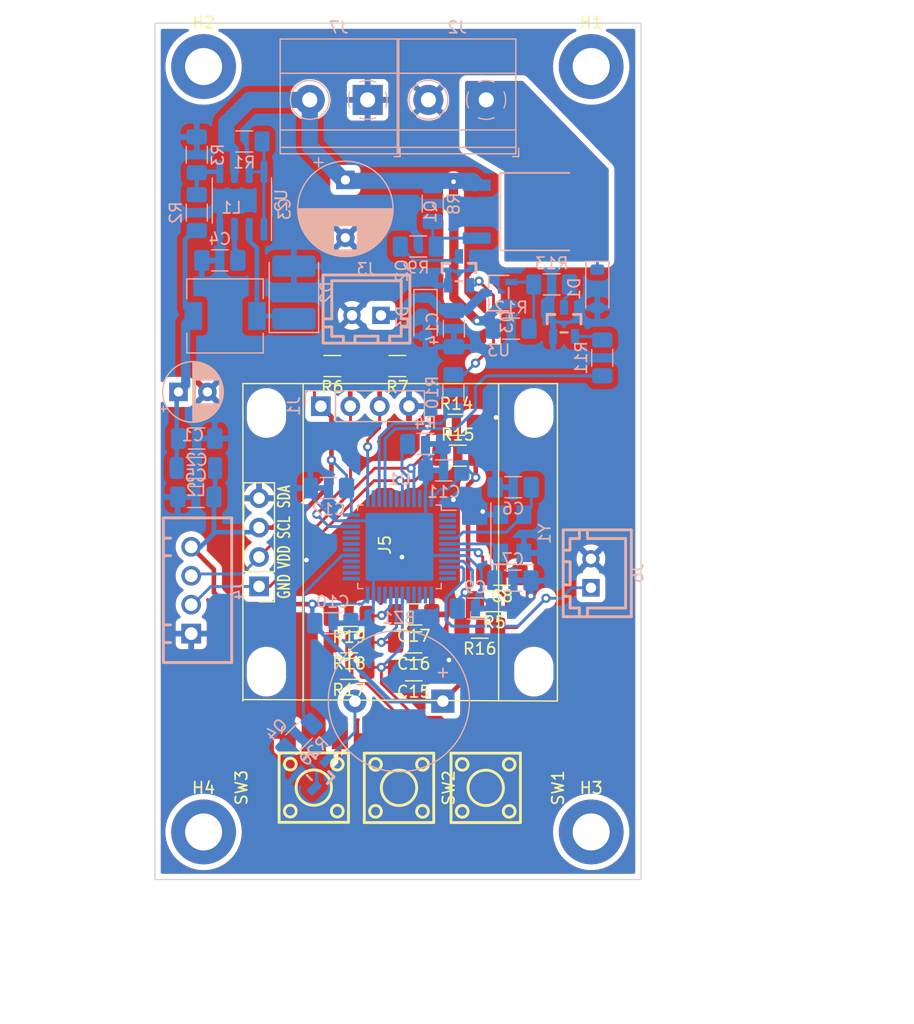
<source format=kicad_pcb>
(kicad_pcb (version 20221018) (generator pcbnew)
  (layers (0 "F.Cu" signal) (31 "B.Cu" signal) (34 "B.Paste" user) (35 "F.Paste" user) (36 "B.SilkS" user "B.Silkscreen") (37 "F.SilkS" user "F.Silkscreen") (38 "B.Mask" user) (39 "F.Mask" user) (44 "Edge.Cuts" user))
  (net 0 "")
  (net 1 "+3.3V")
  (net 2 "Net-(BZ1-+)")
  (net 3 "Net-(C1-Pad1)")
  (net 4 "GND")
  (net 5 "+24V")
  (net 6 "Net-(U2-TC)")
  (net 7 "Net-(U1-PD0)")
  (net 8 "Net-(U1-PD1)")
  (net 9 "Net-(U1-NRST)")
  (net 10 "Net-(D3-K)")
  (net 11 "/BTN_LEFT")
  (net 12 "/BTN_OK")
  (net 13 "/BTN_RIGHT")
  (net 14 "Net-(D1-K)")
  (net 15 "Net-(D2-K)")
  (net 16 "/SWDIO")
  (net 17 "/SWCLK")
  (net 18 "/SDA")
  (net 19 "/SCL")
  (net 20 "/NTC")
  (net 21 "Net-(Q1-G)")
  (net 22 "Net-(Q2-C)")
  (net 23 "Net-(Q2-B)")
  (net 24 "Net-(Q3-C)")
  (net 25 "Net-(Q3-B)")
  (net 26 "Net-(Q4-B)")
  (net 27 "Net-(U2-DC)")
  (net 28 "Net-(U2-Vfb)")
  (net 29 "Net-(U1-BOOT0)")
  (net 30 "/PWM_HEATER")
  (net 31 "/PWM_FAN")
  (net 32 "Net-(U3-G)")
  (net 33 "/PWM_BUZZER")
  (footprint "Resistor_SMD:R_1206_3216Metric_Pad1.30x1.75mm_HandSolder" (layer "F.Cu") (at 83.439 84.709)
    (fp_text reference "R14")
    (fp_text value "10k")
  )
  (footprint "MountingHole:MountingHole_3.2mm_M3_DIN965_Pad" (layer "F.Cu") (at 61.595 53.75)
    (fp_text reference "H2")
    (fp_text value "MountingHole")
  )
  (footprint "Resistor_SMD:R_1206_3216Metric_Pad1.30x1.75mm_HandSolder" (layer "F.Cu") (at 78.35 79.629 180)
    (fp_text reference "R7")
    (fp_text value "10k")
  )
  (footprint "Resistor_SMD:R_1206_3216Metric_Pad1.30x1.75mm_HandSolder" (layer "F.Cu") (at 86.741 99.949 180)
    (fp_text reference "R5")
    (fp_text value "10k")
  )
  (footprint "MountingHole:MountingHole_3.2mm_M3_DIN965_Pad" (layer "F.Cu") (at 95.095 53.75)
    (fp_text reference "H1")
    (fp_text value "MountingHole")
  )
  (footprint "easyeda2kicad:KEY-SMD_4P-L6.0-W6.0-P4.50-LS9.5-BR" (layer "F.Cu") (at 78.486 116.078 90)
    (fp_text reference "SW2")
    (fp_text value "TS-1002S-06026C")
  )
  (footprint "easyeda2kicad:KEY-SMD_4P-L6.0-W6.0-P4.50-LS9.5-BR" (layer "F.Cu") (at 85.979 116.078 -90)
    (fp_text reference "SW1")
    (fp_text value "TS-1002S-06026C")
  )
  (footprint "easyeda2kicad:KEY-SMD_4P-L6.0-W6.0-P4.50-LS9.5-BR" (layer "F.Cu") (at 71.12 116.058 90)
    (fp_text reference "SW3")
    (fp_text value "TS-1002S-06026C")
  )
  (footprint "Resistor_SMD:R_1206_3216Metric_Pad1.30x1.75mm_HandSolder" (layer "F.Cu") (at 85.471 102.235 180)
    (fp_text reference "R16")
    (fp_text value "1K")
  )
  (footprint "Resistor_SMD:R_1206_3216Metric_Pad1.30x1.75mm_HandSolder" (layer "F.Cu") (at 74.168 101.219 180)
    (fp_text reference "R19")
    (fp_text value "10k")
  )
  (footprint "Capacitor_SMD:C_1206_3216Metric_Pad1.33x1.80mm_HandSolder" (layer "F.Cu") (at 79.756 103.505 180)
    (fp_text reference "C16")
    (fp_text value "0.1uF")
  )
  (footprint "Capacitor_SMD:C_1206_3216Metric_Pad1.33x1.80mm_HandSolder" (layer "F.Cu") (at 87.376 97.663 180)
    (fp_text reference "C8")
    (fp_text value "0.1uF")
  )
  (footprint "MountingHole:MountingHole_3.2mm_M3_DIN965_Pad" (layer "F.Cu") (at 61.595 119.888)
    (fp_text reference "H4")
    (fp_text value "MountingHole")
  )
  (footprint "libs:Display_128x64_096_I2C" (layer "F.Cu") (at 66.391 94.86 90)
    (fp_text reference "J5")
    (fp_text value "DISPLAY")
  )
  (footprint "Resistor_SMD:R_1206_3216Metric_Pad1.30x1.75mm_HandSolder" (layer "F.Cu") (at 83.566 87.376)
    (fp_text reference "R15")
    (fp_text value "10k")
  )
  (footprint "Resistor_SMD:R_1206_3216Metric_Pad1.30x1.75mm_HandSolder" (layer "F.Cu") (at 74.168 103.505 180)
    (fp_text reference "R18")
    (fp_text value "10k")
  )
  (footprint "Resistor_SMD:R_1206_3216Metric_Pad1.30x1.75mm_HandSolder" (layer "F.Cu") (at 74.168 105.791 180)
    (fp_text reference "R17")
    (fp_text value "10k")
  )
  (footprint "Capacitor_SMD:C_1206_3216Metric_Pad1.33x1.80mm_HandSolder" (layer "F.Cu") (at 79.756 101.092 180)
    (fp_text reference "C17")
    (fp_text value "0.1uF")
  )
  (footprint "Resistor_SMD:R_1206_3216Metric_Pad1.30x1.75mm_HandSolder" (layer "F.Cu") (at 72.725 79.629 180)
    (fp_text reference "R6")
    (fp_text value "10k")
  )
  (footprint "MountingHole:MountingHole_3.2mm_M3_DIN965_Pad" (layer "F.Cu") (at 95.095 119.888)
    (fp_text reference "H3")
    (fp_text value "MountingHole")
  )
  (footprint "Capacitor_SMD:C_1206_3216Metric_Pad1.33x1.80mm_HandSolder" (layer "F.Cu") (at 79.756 105.918 180)
    (fp_text reference "C15")
    (fp_text value "0.1uF")
  )
  (footprint "Package_SO:SOIC-8_3.9x4.9mm_P1.27mm" (layer "B.Cu") (at 64.905 65.325 90)
    (fp_text reference "U2")
    (fp_text value "MC34063AD")
  )
  (footprint "Capacitor_SMD:C_1206_3216Metric_Pad1.33x1.80mm_HandSolder" (layer "B.Cu") (at 85.09 100.584 180)
    (fp_text reference "C9")
    (fp_text value "0.1uF")
  )
  (footprint "easyeda2kicad:SOT-23-3_L3.0-W1.7-P0.95-LS2.9-BR" (layer "B.Cu") (at 87.1 73.325)
    (fp_text reference "U3")
    (fp_text value "IRLML5103")
  )
  (footprint "Capacitor_SMD:C_1206_3216Metric_Pad1.33x1.80mm_HandSolder" (layer "B.Cu") (at 72.771 101.854 180)
    (fp_text reference "C10")
    (fp_text value "0.1uF")
  )
  (footprint "Resistor_SMD:R_1206_3216Metric_Pad1.30x1.75mm_HandSolder" (layer "B.Cu") (at 88.175 76.4 180)
    (fp_text reference "R12")
    (fp_text value "1K")
  )
  (footprint "Capacitor_THT:CP_Radial_D5.0mm_P2.50mm" (layer "B.Cu") (at 59.425 81.865056)
    (fp_text reference "C1")
    (fp_text value "10uF")
  )
  (footprint "Diode_SMD:D_SOD-123" (layer "B.Cu") (at 80.775 75.375 -90)
    (fp_text reference "D3")
    (fp_text value "1N4148W")
  )
  (footprint "easyeda2kicad:CONN-TH_4P-P2.50_HC-XH-4A-G" (layer "B.Cu") (at 60.525 99 90)
    (fp_text reference "J4")
    (fp_text value "BME280")
  )
  (footprint "TerminalBlock_Phoenix:TerminalBlock_Phoenix_MKDS-1,5-2_1x02_P5.00mm_Horizontal" (layer "B.Cu") (at 75.774 56.63 180)
    (fp_text reference "J7")
    (fp_text value "POWER")
  )
  (footprint "Capacitor_THT:CP_Radial_D8.0mm_P5.00mm" (layer "B.Cu") (at 73.85 63.547349 -90)
    (fp_text reference "C3")
    (fp_text value "100uF")
  )
  (footprint "Capacitor_SMD:C_1206_3216Metric_Pad1.33x1.80mm_HandSolder" (layer "B.Cu") (at 60.992612 85.890056)
    (fp_text reference "C2")
    (fp_text value "0.1uF")
  )
  (footprint "Resistor_SMD:R_1206_3216Metric_Pad1.30x1.75mm_HandSolder" (layer "B.Cu") (at 83.185 81.915 -90)
    (fp_text reference "R10")
    (fp_text value "1K")
  )
  (footprint "easyeda2kicad:SOT-23-3_L2.9-W1.3-P1.90-LS2.4-TR" (layer "B.Cu") (at 83.675 71.4 -90)
    (fp_text reference "Q2")
    (fp_text value "2n3904S-RTK/PS_C18536")
  )
  (footprint "Resistor_SMD:R_1206_3216Metric_Pad1.30x1.75mm_HandSolder" (layer "B.Cu") (at 96.05 78.925 -90)
    (fp_text reference "R11")
    (fp_text value "1K")
  )
  (footprint "Inductor_SMD:L_1206_3216Metric_Pad1.22x1.90mm_HandSolder" (layer "B.Cu") (at 60.930112 88.440056)
    (fp_text reference "L2")
    (fp_text value "22uH")
  )
  (footprint "easyeda2kicad:CONN-TH_2P-P2.50_HC-XH-2A-G" (layer "B.Cu") (at 95.075 97.536 90)
    (fp_text reference "J6")
    (fp_text value "NTC")
  )
  (footprint "Resistor_SMD:R_1206_3216Metric_Pad1.30x1.75mm_HandSolder" (layer "B.Cu") (at 61.005 66.375 -90)
    (fp_text reference "R2")
    (fp_text value "18k")
  )
  (footprint "TerminalBlock_Phoenix:TerminalBlock_Phoenix_MKDS-1,5-2_1x02_P5.00mm_Horizontal" (layer "B.Cu") (at 86.024 56.63 180)
    (fp_text reference "J2")
    (fp_text value "HEATER")
  )
  (footprint "Resistor_SMD:R_1206_3216Metric_Pad1.30x1.75mm_HandSolder" (layer "B.Cu") (at 69.85 111.633 45)
    (fp_text reference "R20")
    (fp_text value "1K")
  )
  (footprint "Crystal:Crystal_SMD_5032-4Pin_5.0x3.2mm" (layer "B.Cu") (at 88.275 94.125 90)
    (fp_text reference "Y1")
    (fp_text value "Crystal_GND24")
  )
  (footprint "Resistor_SMD:R_1206_3216Metric_Pad1.30x1.75mm_HandSolder" (layer "B.Cu") (at 81.4 65.6 90)
    (fp_text reference "R8")
    (fp_text value "1K")
  )
  (footprint "Diode_SMD:D_2114_3652Metric_Pad1.85x3.75mm_HandSolder" (layer "B.Cu") (at 69.4 73.275 90)
    (fp_text reference "D2")
    (fp_text value "1N5819WS")
  )
  (footprint "Capacitor_SMD:C_1206_3216Metric_Pad1.33x1.80mm_HandSolder" (layer "B.Cu") (at 82.35 88.646)
    (fp_text reference "C11")
    (fp_text value "0.1uF")
  )
  (footprint "Capacitor_SMD:C_1206_3216Metric_Pad1.33x1.80mm_HandSolder" (layer "B.Cu") (at 72.39 90.17)
    (fp_text reference "C12")
    (fp_text value "0.1uF")
  )
  (footprint "Capacitor_SMD:C_1206_3216Metric_Pad1.33x1.80mm_HandSolder" (layer "B.Cu") (at 88.325 98.175 180)
    (fp_text reference "C7")
    (fp_text value "22pF")
  )
  (footprint "Capacitor_SMD:C_1206_3216Metric_Pad1.33x1.80mm_HandSolder" (layer "B.Cu") (at 88.35 90.1)
    (fp_text reference "C6")
    (fp_text value "22pF")
  )
  (footprint "Package_QFP:LQFP-48_7x7mm_P0.5mm" (layer "B.Cu") (at 78.525 95.25 180)
    (fp_text reference "U1")
    (fp_text value "STM32F103CBTx")
  )
  (footprint "Diode_SMD:D_SOD-123" (layer "B.Cu") (at 95.625 72.95 -90)
    (fp_text reference "D1")
    (fp_text value "1N4148W")
  )
  (footprint "Inductor_SMD:L_6.3x6.3_H3" (layer "B.Cu") (at 63.45 75.3 180)
    (fp_text reference "L1")
    (fp_text value "22uH")
  )
  (footprint "Resistor_SMD:R_1206_3216Metric_Pad1.30x1.75mm_HandSolder" (layer "B.Cu") (at 65.105 60.225)
    (fp_text reference "R1")
    (fp_text value "0.3")
  )
  (footprint "Capacitor_SMD:C_1206_3216Metric_Pad1.33x1.80mm_HandSolder" (layer "B.Cu") (at 63 70.5 180)
    (fp_text reference "C4")
    (fp_text value "45pF")
  )
  (footprint "Capacitor_SMD:C_1206_3216Metric_Pad1.33x1.80mm_HandSolder" (layer "B.Cu") (at 83.225 76.4 -90)
    (fp_text reference "C14")
    (fp_text value "0.1uF")
  )
  (footprint "easyeda2kicad:CONN-TH_2P-P2.50_HC-XH-2A-G" (layer "B.Cu") (at 75.675 75.25 180)
    (fp_text reference "J3")
    (fp_text value "FAN")
  )
  (footprint "easyeda2kicad:SOT-23-3_L2.9-W1.3-P1.90-LS2.4-TR" (layer "B.Cu") (at 71.374 114.554 -135)
    (fp_text reference "Q4")
    (fp_text value "2n3904S-RTK/PS_C18536")
  )
  (footprint "easyeda2kicad:SOT-23-3_L2.9-W1.3-P1.90-LS2.4-TR" (layer "B.Cu") (at 92.75 75.825 -90)
    (fp_text reference "Q3")
    (fp_text value "2n3904S-RTK/PS_C18536")
  )
  (footprint "Capacitor_SMD:C_1206_3216Metric_Pad1.33x1.80mm_HandSolder" (layer "B.Cu") (at 60.930112 90.940056 180)
    (fp_text reference "C5")
    (fp_text value "0.1uF")
  )
  (footprint "Buzzer_Beeper:Buzzer_12x9.5RM7.6" (layer "B.Cu") (at 82.276 108.585 180)
    (fp_text reference "BZ1")
    (fp_text value "Buzzer")
  )
  (footprint "Resistor_SMD:R_1206_3216Metric_Pad1.30x1.75mm_HandSolder" (layer "B.Cu") (at 80.772 86.36 180)
    (fp_text reference "R4")
    (fp_text value "10k")
  )
  (footprint "Resistor_SMD:R_1206_3216Metric_Pad1.30x1.75mm_HandSolder" (layer "B.Cu") (at 91.675 72.575 180)
    (fp_text reference "R13")
    (fp_text value "200R")
  )
  (footprint "easyeda2kicad:TO-252-2_L6.6-W6.1-P4.58-LS9.9-TR" (layer "B.Cu") (at 88.62 66.29 -90)
    (fp_text reference "Q1")
    (fp_text value "IRFR9024NTRPBF")
  )
  (footprint "Connector_PinHeader_2.54mm:PinHeader_1x04_P2.54mm_Vertical" (layer "B.Cu") (at 71.73 83.1 -90)
    (fp_text reference "J1")
    (fp_text value "SW")
  )
  (footprint "Resistor_SMD:R_1206_3216Metric_Pad1.30x1.75mm_HandSolder" (layer "B.Cu") (at 80.15 69.3)
    (fp_text reference "R9")
    (fp_text value "200R")
  )
  (footprint "Resistor_SMD:R_1206_3216Metric_Pad1.30x1.75mm_HandSolder" (layer "B.Cu") (at 61.005 61.375 90)
    (fp_text reference "R3")
    (fp_text value "11k")
  )
  (gr_rect locked (start 57.399 50) (end 99.399 124) (stroke (width 0.1)) (fill none) (layer "Edge.Cuts"))
  (segment (start 72.644 84.014) (end 71.73 83.1) (width 0.4) (layer "F.Cu") (net 1))
  (segment (start 62.484 99.187) (end 63.5 100.203) (width 0.4) (layer "F.Cu") (net 1))
  (segment (start 72.644 87.757) (end 72.644 89.789) (width 0.4) (layer "F.Cu") (net 1))
  (segment (start 60.525 95.25) (end 62.484 97.209) (width 0.4) (layer "F.Cu") (net 1))
  (segment (start 72.618 100.939) (end 71.882 100.203) (width 0.4) (layer "F.Cu") (net 1))
  (segment (start 85.116 87.376) (end 85.116 84.836) (width 0.4) (layer "F.Cu") (net 1))
  (segment (start 84.455 101.701) (end 84.455 89.916) (width 0.4) (layer "F.Cu") (net 1))
  (segment (start 82.296 108.585) (end 83.921 106.96) (width 0.4) (layer "F.Cu") (net 1))
  (segment (start 71.175 79.629) (end 71.175 82.545) (width 0.25) (layer "F.Cu") (net 1))
  (segment (start 85.116 84.836) (end 84.989 84.709) (width 0.4) (layer "F.Cu") (net 1))
  (segment (start 84.455 89.916) (end 85.116 89.255) (width 0.4) (layer "F.Cu") (net 1))
  (segment (start 82.276 108.585) (end 82.296 108.585) (width 0.4) (layer "F.Cu") (net 1))
  (segment (start 72.644 87.757) (end 72.644 84.014) (width 0.4) (layer "F.Cu") (net 1))
  (segment (start 72.644 89.789) (end 69.596 92.837) (width 0.4) (layer "F.Cu") (net 1))
  (segment (start 69.596 92.837) (end 68.326 92.837) (width 0.4) (layer "F.Cu") (net 1))
  (segment (start 63.5 100.203) (end 70.993 100.203) (width 0.4) (layer "F.Cu") (net 1))
  (segment (start 72.618 105.791) (end 72.618 101.219) (width 0.4) (layer "F.Cu") (net 1))
  (segment (start 68.326 92.837) (end 67.573 93.59) (width 0.4) (layer "F.Cu") (net 1))
  (segment (start 62.484 97.209) (end 62.484 99.187) (width 0.4) (layer "F.Cu") (net 1))
  (segment (start 83.921 106.96) (end 83.921 102.235) (width 0.4) (layer "F.Cu") (net 1))
  (segment (start 83.921 102.235) (end 84.455 101.701) (width 0.4) (layer "F.Cu") (net 1))
  (segment (start 67.573 93.59) (end 66.391 93.59) (width 0.4) (layer "F.Cu") (net 1))
  (segment (start 71.882 100.203) (end 70.993 100.203) (width 0.4) (layer "F.Cu") (net 1))
  (segment (start 72.618 101.219) (end 72.618 100.939) (width 0.4) (layer "F.Cu") (net 1))
  (segment (start 85.116 89.255) (end 85.116 87.376) (width 0.4) (layer "F.Cu") (net 1))
  (via (at 70.993 100.203) (size 0.8) (drill 0.4) (layers "F.Cu" "B.Cu") (net 1))
  (via (at 72.644 87.757) (size 0.8) (drill 0.4) (layers "F.Cu" "B.Cu") (net 1))
  (via (at 85.116 89.255) (size 0.8) (drill 0.4) (layers "F.Cu" "B.Cu") (net 1))
  (via (at 84.201 99.196305) (size 0.8) (drill 0.4) (layers "F.Cu" "B.Cu") (net 1))
  (segment (start 75.775 99.7005) (end 75.775 99.4125) (width 0.25) (layer "B.Cu") (net 1))
  (segment (start 62.592612 88.440056) (end 62.592612 90.840056) (width 0.4) (layer "B.Cu") (net 1))
  (segment (start 83.9125 88.646) (end 84.507 88.646) (width 0.25) (layer "B.Cu") (net 1))
  (segment (start 66.001 93.98) (end 66.391 93.59) (width 0.4) (layer "B.Cu") (net 1))
  (segment (start 62.492612 90.940056) (end 62.492612 93.282388) (width 0.4) (layer "B.Cu") (net 1))
  (segment (start 61.341 95.25) (end 60.525 95.25) (width 0.4) (layer "B.Cu") (net 1))
  (segment (start 72.644 87.757) (end 73.9525 89.0655) (width 0.25) (layer "B.Cu") (net 1))
  (segment (start 74.3625 90.58) (end 73.9525 90.17) (width 0.25) (layer "B.Cu") (net 1))
  (segment (start 83.5275 99.869805) (end 83.5275 100.584) (width 0.25) (layer "B.Cu") (net 1))
  (segment (start 62.492612 93.98) (end 66.001 93.98) (width 0.4) (layer "B.Cu") (net 1))
  (segment (start 73.9525 89.0655) (end 73.9525 90.17) (width 0.25) (layer "B.Cu") (net 1))
  (segment (start 84.054 96.5) (end 82.6875 96.5) (width 0.25) (layer "B.Cu") (net 1))
  (segment (start 70.993 100.838) (end 70.993 100.203) (width 0.4) (layer "B.Cu") (net 1))
  (segment (start 62.492612 93.282388) (end 62.492612 94.098388) (width 0.4) (layer "B.Cu") (net 1))
  (segment (start 84.836 97.282) (end 84.054 96.5) (width 0.25) (layer "B.Cu") (net 1))
  (segment (start 82.0655 90.297) (end 82.677 90.297) (width 0.25) (layer "B.Cu") (net 1))
  (segment (start 77.724 108.585) (end 82.276 108.585) (width 0.4) (layer "B.Cu") (net 1))
  (segment (start 81.275 91.0875) (end 82.0655 90.297) (width 0.25) (layer "B.Cu") (net 1))
  (segment (start 71.2085 101.854) (end 71.2085 102.0695) (width 0.4) (layer "B.Cu") (net 1))
  (segment (start 62.492612 93.282388) (end 62.492612 93.98) (width 0.4) (layer "B.Cu") (net 1))
  (segment (start 62.592612 90.840056) (end 62.492612 90.940056) (width 0.4) (layer "B.Cu") (net 1))
  (segment (start 84.201 99.196305) (end 84.836 98.561305) (width 0.25) (layer "B.Cu") (net 1))
  (segment (start 82.677 90.297) (end 83.9125 89.0615) (width 0.25) (layer "B.Cu") (net 1))
  (segment (start 84.507 88.646) (end 85.116 89.255) (width 0.25) (layer "B.Cu") (net 1))
  (segment (start 83.9125 89.0615) (end 83.9125 88.646) (width 0.25) (layer "B.Cu") (net 1))
  (segment (start 84.836 98.561305) (end 84.836 97.282) (width 0.25) (layer "B.Cu") (net 1))
  (segment (start 62.492612 94.098388) (end 61.341 95.25) (width 0.4) (layer "B.Cu") (net 1))
  (segment (start 74.3625 92.5) (end 74.3625 90.58) (width 0.25) (layer "B.Cu") (net 1))
  (segment (start 75.2725 100.203) (end 75.775 99.7005) (width 0.25) (layer "B.Cu") (net 1))
  (segment (start 71.2085 102.0695) (end 77.724 108.585) (width 0.4) (layer "B.Cu") (net 1))
  (segment (start 70.993 100.203) (end 75.2725 100.203) (width 0.25) (layer "B.Cu") (net 1))
  (segment (start 84.201 99.196305) (end 83.5275 99.869805) (width 0.25) (layer "B.Cu") (net 1))
  (segment (start 74.676 111.252) (end 74.676 108.585) (width 0.25) (layer "B.Cu") (net 2))
  (segment (start 72.257883 113.670117) (end 74.676 111.252) (width 0.25) (layer "B.Cu") (net 2))
  (segment (start 60.744888 75.344888) (end 60.7 75.3) (width 0.8) (layer "B.Cu") (net 3))
  (segment (start 60.775 67.925) (end 60 68.7) (width 0.4) (layer "B.Cu") (net 3))
  (segment (start 60 68.7) (end 60 74.6) (width 0.4) (layer "B.Cu") (net 3))
  (segment (start 59.267612 88.440056) (end 59.267612 82.022444) (width 0.4) (layer "B.Cu") (net 3))
  (segment (start 61.005 67.925) (end 60.775 67.925) (width 0.4) (layer "B.Cu") (net 3))
  (segment (start 59.267612 82.022444) (end 59.425 81.865056) (width 0.4) (layer "B.Cu") (net 3))
  (segment (start 59.425 81.865056) (end 60.05 81.240056) (width 0.8) (layer "B.Cu") (net 3))
  (segment (start 60 74.6) (end 60.7 75.3) (width 0.4) (layer "B.Cu") (net 3))
  (segment (start 60.05 75.95) (end 60.7 75.3) (width 0.8) (layer "B.Cu") (net 3))
  (segment (start 60.05 81.240056) (end 60.05 75.95) (width 0.8) (layer "B.Cu") (net 3))
  (segment (start 81.3185 105.918) (end 81.915 105.918) (width 0.25) (layer "F.Cu") (net 4))
  (segment (start 81.3185 105.918) (end 81.3185 101.092) (width 0.25) (layer "F.Cu") (net 4))
  (segment (start 89.875 98.5995) (end 88.9385 97.663) (width 0.25) (layer "F.Cu") (net 4))
  (segment (start 89.875 99.5) (end 89.875 98.5995) (width 0.25) (layer "F.Cu") (net 4))
  (segment (start 81.915 105.918) (end 82.804 105.029) (width 0.25) (layer "F.Cu") (net 4))
  (via (at 70.485 96.393) (size 0.8) (drill 0.4) (layers "F.Cu" "B.Cu") (net 4))
  (via (at 86.868 84.074) (size 0.8) (drill 0.4) (layers "F.Cu" "B.Cu") (net 4))
  (via (at 82.804 105.029) (size 0.8) (drill 0.4) (layers "F.Cu" "B.Cu") (net 4))
  (via (at 83.185 91.186) (size 0.8) (drill 0.4) (layers "F.Cu" "B.Cu") (net 4))
  (via (at 78.74 96.139) (size 0.8) (drill 0.4) (layers "F.Cu" "B.Cu") (net 4))
  (via (at 89.875 99.5) (size 0.8) (drill 0.4) (layers "F.Cu" "B.Cu") (net 4))
  (via (at 85.725 92.202) (size 0.8) (drill 0.4) (layers "F.Cu" "B.Cu") (net 4))
  (segment (start 78.879 96) (end 78.74 96.139) (width 0.25) (layer "B.Cu") (net 4))
  (segment (start 70.8275 90.85475) (end 70.8275 90.17) (width 0.25) (layer "B.Cu") (net 4))
  (segment (start 74.3335 101.854) (end 75.184 101.854) (width 0.25) (layer "B.Cu") (net 4))
  (segment (start 76.2625 100.7755) (end 76.2625 99.425) (width 0.25) (layer "B.Cu") (net 4))
  (segment (start 85.598 97.282) (end 85.598 99.5295) (width 0.25) (layer "B.Cu") (net 4))
  (segment (start 72.97275 93) (end 70.8275 90.85475) (width 0.25) (layer "B.Cu") (net 4))
  (segment (start 74.3625 93) (end 76.237396 93) (width 0.25) (layer "B.Cu") (net 4))
  (segment (start 89.8875 99.35) (end 89.875 99.3625) (width 0.25) (layer "B.Cu") (net 4))
  (segment (start 80.775 91.0875) (end 80.775 88.6585) (width 0.25) (layer "B.Cu") (net 4))
  (segment (start 80.775 88.6585) (end 80.7875 88.646) (width 0.25) (layer "B.Cu") (net 4))
  (segment (start 80.7875 87.8945) (end 82.322 86.36) (width 0.25) (layer "B.Cu") (net 4))
  (segment (start 85.598 99.5295) (end 86.6525 100.584) (width 0.25) (layer "B.Cu") (net 4))
  (segment (start 84.316 96) (end 85.598 97.282) (width 0.25) (layer "B.Cu") (net 4))
  (segment (start 80.7875 88.646) (end 80.7875 87.8945) (width 0.25) (layer "B.Cu") (net 4))
  (segment (start 89.8875 98.175) (end 89.8875 99.35) (width 0.25) (layer "B.Cu") (net 4))
  (segment (start 82.6875 96) (end 78.879 96) (width 0.25) (layer "B.Cu") (net 4))
  (segment (start 89.875 99.3625) (end 89.875 99.5) (width 0.25) (layer "B.Cu") (net 4))
  (segment (start 80.775 94.104) (end 78.74 96.139) (width 0.25) (layer "B.Cu") (net 4))
  (segment (start 80.775 91.0875) (end 80.775 94.104) (width 0.25) (layer "B.Cu") (net 4))
  (segment (start 76.275 97.588) (end 76.275 99.4125) (width 0.25) (layer "B.Cu") (net 4))
  (segment (start 74.3625 93) (end 72.97275 93) (width 0.25) (layer "B.Cu") (net 4))
  (segment (start 78.74 95.502604) (end 78.74 96.139) (width 0.25) (layer "B.Cu") (net 4))
  (segment (start 76.2625 99.425) (end 76.275 99.4125) (width 0.25) (layer "B.Cu") (net 4))
  (segment (start 78.74 96.139) (end 77.724 96.139) (width 0.25) (layer "B.Cu") (net 4))
  (segment (start 75.184 101.854) (end 76.2625 100.7755) (width 0.25) (layer "B.Cu") (net 4))
  (segment (start 82.6875 96) (end 84.316 96) (width 0.25) (layer "B.Cu") (net 4))
  (segment (start 76.237396 93) (end 78.74 95.502604) (width 0.25) (layer "B.Cu") (net 4))
  (segment (start 77.724 96.139) (end 76.275 97.588) (width 0.25) (layer "B.Cu") (net 4))
  (segment (start 83.2 63.7) (end 83.2 66.8) (width 0.8) (layer "F.Cu") (net 5))
  (segment (start 83.2 66.8) (end 83.225 66.825) (width 0.8) (layer "F.Cu") (net 5))
  (segment (start 83.225 66.825) (end 83.225 73.725) (width 0.8) (layer "F.Cu") (net 5))
  (segment (start 83.225 73.725) (end 85.225 75.725) (width 0.8) (layer "F.Cu") (net 5))
  (via (at 83.2 63.7) (size 0.8) (drill 0.4) (layers "F.Cu" "B.Cu") (net 5))
  (via (at 85.225 75.725) (size 0.8) (drill 0.4) (layers "F.Cu" "B.Cu") (net 5))
  (segment (start 87.325 74.275) (end 88.2 74.275) (width 0.8) (layer "B.Cu") (net 5))
  (segment (start 63.555 60.225) (end 63.555 58.645) (width 1.4) (layer "B.Cu") (net 5))
  (segment (start 85.875 75.725) (end 87.325 74.275) (width 0.8) (layer "B.Cu") (net 5))
  (segment (start 85.225 75.725) (end 85.95 75.725) (width 0.8) (layer "B.Cu") (net 5))
  (segment (start 65.57 56.63) (end 70.774 56.63) (width 1.4) (layer "B.Cu") (net 5))
  (segment (start 83.2 63.7) (end 83.275 63.625) (width 1.4) (layer "B.Cu") (net 5))
  (segment (start 85.225 75.725) (end 85.875 75.725) (width 0.8) (layer "B.Cu") (net 5))
  (segment (start 84.825 63.625) (end 85.047349 63.847349) (width 1.4) (layer "B.Cu") (net 5))
  (segment (start 73.927651 63.625) (end 83.125 63.625) (width 1.4) (layer "B.Cu") (net 5))
  (segment (start 83.275 63.625) (end 84.825 63.625) (width 1.4) (layer "B.Cu") (net 5))
  (segment (start 73.85 63.547349) (end 73.927651 63.625) (width 1.4) (layer "B.Cu") (net 5))
  (segment (start 73.672349 63.547349) (end 73.85 63.547349) (width 1.4) (layer "B.Cu") (net 5))
  (segment (start 70.774 60.649) (end 73.672349 63.547349) (width 1.4) (layer "B.Cu") (net 5))
  (segment (start 64.27 62.85) (end 64.27 60.94) (width 0.8) (layer "B.Cu") (net 5))
  (segment (start 85.95 75.725) (end 86.625 76.4) (width 0.8) (layer "B.Cu") (net 5))
  (segment (start 83.125 63.625) (end 83.2 63.7) (width 1.4) (layer "B.Cu") (net 5))
  (segment (start 64.27 60.94) (end 63.555 60.225) (width 0.8) (layer "B.Cu") (net 5))
  (segment (start 63.555 58.645) (end 65.57 56.63) (width 1.4) (layer "B.Cu") (net 5))
  (segment (start 70.774 56.63) (end 70.774 60.649) (width 1.4) (layer "B.Cu") (net 5))
  (segment (start 64.25 69.45) (end 64.27 69.43) (width 0.4) (layer "B.Cu") (net 6))
  (segment (start 64.5625 69.7625) (end 64.25 69.45) (width 0.4) (layer "B.Cu") (net 6))
  (segment (start 64.27 69.43) (end 64.27 67.8) (width 0.4) (layer "B.Cu") (net 6))
  (segment (start 64.5625 70.5) (end 64.5625 69.7625) (width 0.4) (layer "B.Cu") (net 6))
  (segment (start 89.9125 90.1) (end 89.9125 91.8375) (width 0.25) (layer "B.Cu") (net 7))
  (segment (start 83.492764 94.5) (end 84.012764 93.98) (width 0.25) (layer "B.Cu") (net 7))
  (segment (start 87.77 93.98) (end 89.275 92.475) (width 0.25) (layer "B.Cu") (net 7))
  (segment (start 89.9125 91.8375) (end 89.275 92.475) (width 0.25) (layer "B.Cu") (net 7))
  (segment (start 82.6875 94.5) (end 83.492764 94.5) (width 0.25) (layer "B.Cu") (net 7))
  (segment (start 84.012764 93.98) (end 87.77 93.98) (width 0.25) (layer "B.Cu") (net 7))
  (segment (start 86.5 95) (end 87.275 95.775) (width 0.25) (layer "B.Cu") (net 8))
  (segment (start 82.6875 95) (end 86.5 95) (width 0.25) (layer "B.Cu") (net 8))
  (segment (start 86.7625 98.175) (end 86.7625 96.2875) (width 0.25) (layer "B.Cu") (net 8))
  (segment (start 86.7625 96.2875) (end 87.275 95.775) (width 0.25) (layer "B.Cu") (net 8))
  (segment (start 88.011 99.949) (end 85.8135 97.7515) (width 0.25) (layer "F.Cu") (net 9))
  (segment (start 88.291 99.949) (end 88.011 99.949) (width 0.25) (layer "F.Cu") (net 9))
  (segment (start 85.725 97.5745) (end 85.8135 97.663) (width 0.25) (layer "F.Cu") (net 9))
  (segment (start 85.344 95.758) (end 85.725 96.139) (width 0.25) (layer "F.Cu") (net 9))
  (segment (start 85.8135 97.7515) (end 85.8135 97.663) (width 0.25) (layer "F.Cu") (net 9))
  (segment (start 85.725 96.139) (end 85.725 97.5745) (width 0.25) (layer "F.Cu") (net 9))
  (via (at 85.344 95.758) (size 0.8) (drill 0.4) (layers "F.Cu" "B.Cu") (net 9))
  (segment (start 85.344 95.758) (end 85.086 95.5) (width 0.25) (layer "B.Cu") (net 9))
  (segment (start 85.086 95.5) (end 82.6875 95.5) (width 0.25) (layer "B.Cu") (net 9))
  (segment (start 84.2875 74.8375) (end 85.8 73.325) (width 0.8) (layer "B.Cu") (net 10))
  (segment (start 79.825 73.725) (end 80.775 73.725) (width 0.8) (layer "B.Cu") (net 10))
  (segment (start 78.3 75.25) (end 79.825 73.725) (width 0.8) (layer "B.Cu") (net 10))
  (segment (start 83.225 74.8375) (end 84.2875 74.8375) (width 0.8) (layer "B.Cu") (net 10))
  (segment (start 82.2625 74.8375) (end 81.15 73.725) (width 0.8) (layer "B.Cu") (net 10))
  (segment (start 83.225 74.8375) (end 82.2625 74.8375) (width 0.8) (layer "B.Cu") (net 10))
  (segment (start 76.925 75.25) (end 78.3 75.25) (width 0.8) (layer "B.Cu") (net 10))
  (segment (start 85.8 73.325) (end 86 73.325) (width 0.8) (layer "B.Cu") (net 10))
  (segment (start 81.15 73.725) (end 80.775 73.725) (width 0.8) (layer "B.Cu") (net 10))
  (segment (start 77.9395 105.664) (end 76.962 105.664) (width 0.25) (layer "F.Cu") (net 11))
  (segment (start 76.962 105.664) (end 75.845 105.664) (width 0.25) (layer "F.Cu") (net 11))
  (segment (start 76.962 105.664) (end 76.835 105.791) (width 0.25) (layer "F.Cu") (net 11))
  (segment (start 83.729 111.608) (end 83.729 120.548) (width 0.25) (layer "F.Cu") (net 11))
  (segment (start 76.962 105.664) (end 76.962 107.035) (width 0.25) (layer "F.Cu") (net 11))
  (segment (start 79.909 109.982) (end 82.103 109.982) (width 0.25) (layer "F.Cu") (net 11))
  (segment (start 78.1935 105.918) (end 77.9395 105.664) (width 0.25) (layer "F.Cu") (net 11))
  (segment (start 82.103 109.982) (end 83.729 111.608) (width 0.25) (layer "F.Cu") (net 11))
  (segment (start 75.845 105.664) (end 75.718 105.791) (width 0.25) (layer "F.Cu") (net 11))
  (segment (start 76.962 107.035) (end 79.909 109.982) (width 0.25) (layer "F.Cu") (net 11))
  (via (at 76.962 105.664) (size 0.8) (drill 0.4) (layers "F.Cu" "B.Cu") (net 11))
  (segment (start 76.962 105.664) (end 78.775 103.851) (width 0.25) (layer "B.Cu") (net 11))
  (segment (start 78.775 103.851) (end 78.775 99.4125) (width 0.25) (layer "B.Cu") (net 11))
  (segment (start 76.962 103.505) (end 75.718 103.505) (width 0.25) (layer "F.Cu") (net 12))
  (segment (start 74.90945 107.061) (end 75.692 107.061) (width 0.25) (layer "F.Cu") (net 12))
  (segment (start 75.692 107.061) (end 80.239 111.608) (width 0.25) (layer "F.Cu") (net 12))
  (segment (start 78.1935 103.505) (end 76.962 103.505) (width 0.25) (layer "F.Cu") (net 12))
  (segment (start 74.422 106.57355) (end 74.90945 107.061) (width 0.25) (layer "F.Cu") (net 12))
  (segment (start 74.422 104.801) (end 74.422 106.57355) (width 0.25) (layer "F.Cu") (net 12))
  (segment (start 75.718 103.505) (end 74.422 104.801) (width 0.25) (layer "F.Cu") (net 12))
  (segment (start 80.239 111.608) (end 80.736 111.608) (width 0.25) (layer "F.Cu") (net 12))
  (segment (start 80.736 120.548) (end 80.736 111.608) (width 0.25) (layer "F.Cu") (net 12))
  (via (at 76.962 103.505) (size 0.8) (drill 0.4) (layers "F.Cu" "B.Cu") (net 12))
  (segment (start 76.962 103.505) (end 78.275 102.192) (width 0.25) (layer "B.Cu") (net 12))
  (segment (start 78.275 102.192) (end 78.275 99.4125) (width 0.25) (layer "B.Cu") (net 12))
  (segment (start 75.718 101.219) (end 73.972 102.965) (width 0.25) (layer "F.Cu") (net 13))
  (segment (start 76.9875 101.179617) (end 77.075117 101.092) (width 0.25) (layer "F.Cu") (net 13))
  (segment (start 77.075117 101.092) (end 78.1935 101.092) (width 0.25) (layer "F.Cu") (net 13))
  (segment (start 73.37 111.588) (end 73.37 120.528) (width 0.25) (layer "F.Cu") (net 13))
  (segment (start 72.771 107.4831) (end 72.771 110.989) (width 0.25) (layer "F.Cu") (net 13))
  (segment (start 76.948117 101.219) (end 75.718 101.219) (width 0.25) (layer "F.Cu") (net 13))
  (segment (start 76.9875 101.179617) (end 76.948117 101.219) (width 0.25) (layer "F.Cu") (net 13))
  (segment (start 73.972 102.965) (end 73.972 106.2821) (width 0.25) (layer "F.Cu") (net 13))
  (segment (start 73.972 106.2821) (end 72.771 107.4831) (width 0.25) (layer "F.Cu") (net 13))
  (segment (start 72.771 110.989) (end 73.37 111.588) (width 0.25) (layer "F.Cu") (net 13))
  (via (at 76.9875 101.179617) (size 0.8) (drill 0.4) (layers "F.Cu" "B.Cu") (net 13))
  (segment (start 76.9875 101.179617) (end 77.775 100.392117) (width 0.25) (layer "B.Cu") (net 13))
  (segment (start 77.775 100.392117) (end 77.775 99.4125) (width 0.25) (layer "B.Cu") (net 13))
  (segment (start 95.625 71.3) (end 95.625 69.875) (width 0.25) (layer "B.Cu") (net 14))
  (segment (start 95.625 69.875) (end 92.04 66.29) (width 0.25) (layer "B.Cu") (net 14))
  (segment (start 66.2 69.434999) (end 66.2 75.3) (width 0.4) (layer "B.Cu") (net 15))
  (segment (start 66.2 75.3) (end 69.15 75.3) (width 0.4) (layer "B.Cu") (net 15))
  (segment (start 65.54 68.774999) (end 66.2 69.434999) (width 0.4) (layer "B.Cu") (net 15))
  (segment (start 65.54 67.8) (end 65.54 68.774999) (width 0.4) (layer "B.Cu") (net 15))
  (segment (start 74.27 79.634) (end 74.275 79.629) (width 0.4) (layer "F.Cu") (net 16))
  (segment (start 71.384069 92.436625) (end 74.295 89.525694) (width 0.25) (layer "F.Cu") (net 16))
  (segment (start 74.27 83.1) (end 74.27 79.634) (width 0.4) (layer "F.Cu") (net 16))
  (segment (start 74.295 89.525694) (end 74.295 83.125) (width 0.25) (layer "F.Cu") (net 16))
  (segment (start 74.295 83.125) (end 74.27 83.1) (width 0.25) (layer "F.Cu") (net 16))
  (via (at 71.384069 92.436625) (size 0.8) (drill 0.4) (layers "F.Cu" "B.Cu") (net 16))
  (segment (start 71.384069 92.466069) (end 72.418 93.5) (width 0.25) (layer "B.Cu") (net 16))
  (segment (start 72.418 93.5) (end 74.3625 93.5) (width 0.25) (layer "B.Cu") (net 16))
  (segment (start 71.384069 92.436625) (end 71.384069 92.466069) (width 0.25) (layer "B.Cu") (net 16))
  (segment (start 76.81 83.1) (end 76.81 79.639) (width 0.4) (layer "F.Cu") (net 17))
  (segment (start 75.775 86.023) (end 76.81 84.988) (width 0.25) (layer "F.Cu") (net 17))
  (segment (start 76.81 84.988) (end 76.81 83.1) (width 0.25) (layer "F.Cu") (net 17))
  (segment (start 76.81 79.639) (end 76.8 79.629) (width 0.4) (layer "F.Cu") (net 17))
  (segment (start 75.775 86.614) (end 75.775 86.023) (width 0.25) (layer "F.Cu") (net 17))
  (via (at 75.775 86.614) (size 0.8) (drill 0.4) (layers "F.Cu" "B.Cu") (net 17))
  (segment (start 75.775 86.614) (end 75.775 91.0875) (width 0.25) (layer "B.Cu") (net 17))
  (segment (start 67.319 98.67) (end 66.391 98.67) (width 0.25) (layer "F.Cu") (net 18))
  (segment (start 78.55 89.535) (end 79.857 89.535) (width 0.25) (layer "F.Cu") (net 18))
  (segment (start 71.744 94.118) (end 69.839 94.118) (width 0.25) (layer "F.Cu") (net 18))
  (segment (start 68.326 97.663) (end 67.319 98.67) (width 0.25) (layer "F.Cu") (net 18))
  (segment (start 69.839 94.118) (end 68.326 95.631) (width 0.25) (layer "F.Cu") (net 18))
  (segment (start 68.326 95.631) (end 68.326 97.663) (width 0.25) (layer "F.Cu") (net 18))
  (segment (start 76.327 89.535) (end 71.744 94.118) (width 0.25) (layer "F.Cu") (net 18))
  (segment (start 79.857 89.535) (end 82.016 87.376) (width 0.25) (layer "F.Cu") (net 18))
  (segment (start 78.55 89.535) (end 76.327 89.535) (width 0.25) (layer "F.Cu") (net 18))
  (via (at 78.55 89.535) (size 0.8) (drill 0.4) (layers "F.Cu" "B.Cu") (net 18))
  (segment (start 60.525 100.25) (end 60.659 100.25) (width 0.25) (layer "B.Cu") (net 18))
  (segment (start 78.775 89.697) (end 78.775 91.0875) (width 0.25) (layer "B.Cu") (net 18))
  (segment (start 78.55 89.535) (end 78.613 89.535) (width 0.25) (layer "B.Cu") (net 18))
  (segment (start 78.613 89.535) (end 78.775 89.697) (width 0.25) (layer "B.Cu") (net 18))
  (segment (start 62.23 98.679) (end 66.382 98.679) (width 0.25) (layer "B.Cu") (net 18))
  (segment (start 66.382 98.679) (end 66.391 98.67) (width 0.25) (layer "B.Cu") (net 18))
  (segment (start 60.659 100.25) (end 62.23 98.679) (width 0.25) (layer "B.Cu") (net 18))
  (segment (start 79.525989 88.460379) (end 76.385621 88.460379) (width 0.25) (layer "F.Cu") (net 19))
  (segment (start 68.853 93.668) (end 66.391 96.13) (width 0.25) (layer "F.Cu") (net 19))
  (segment (start 80.899 85.699) (end 81.889 84.709) (width 0.25) (layer "F.Cu") (net 19))
  (segment (start 79.525989 88.460379) (end 80.899 87.087368) (width 0.25) (layer "F.Cu") (net 19))
  (segment (start 76.385621 88.460379) (end 71.178 93.668) (width 0.25) (layer "F.Cu") (net 19))
  (segment (start 80.899 87.087368) (end 80.899 85.699) (width 0.25) (layer "F.Cu") (net 19))
  (segment (start 71.178 93.668) (end 68.853 93.668) (width 0.25) (layer "F.Cu") (net 19))
  (via (at 79.525989 88.460379) (size 0.8) (drill 0.4) (layers "F.Cu" "B.Cu") (net 19))
  (segment (start 60.525 97.75) (end 60.681 97.594) (width 0.25) (layer "B.Cu") (net 19))
  (segment (start 60.681 97.594) (end 64.927 97.594) (width 0.25) (layer "B.Cu") (net 19))
  (segment (start 79.775 88.70939) (end 79.775 91.0875) (width 0.25) (layer "B.Cu") (net 19))
  (segment (start 79.525989 88.460379) (end 79.775 88.70939) (width 0.25) (layer "B.Cu") (net 19))
  (segment (start 64.927 97.594) (end 66.391 96.13) (width 0.25) (layer "B.Cu") (net 19))
  (segment (start 88.646 102.235) (end 87.021 102.235) (width 0.25) (layer "F.Cu") (net 20))
  (segment (start 91.186 99.695) (end 88.646 102.235) (width 0.25) (layer "F.Cu") (net 20))
  (via (at 91.186 99.695) (size 0.8) (drill 0.4) (layers "F.Cu" "B.Cu") (net 20))
  (segment (start 92.53 99.695) (end 93.439 98.786) (width 0.25) (layer "B.Cu") (net 20))
  (segment (start 91.186 99.695) (end 92.53 99.695) (width 0.25) (layer "B.Cu") (net 20))
  (segment (start 83.917604 97) (end 82.6875 97) (width 0.25) (layer "B.Cu") (net 20))
  (segment (start 84.074 97.156396) (end 83.917604 97) (width 0.25) (layer "B.Cu") (net 20))
  (segment (start 82.8699 99.359) (end 82.886 99.359) (width 0.25) (layer "B.Cu") (net 20))
  (segment (start 91.186 99.695) (end 88.773 102.108) (width 0.25) (layer "B.Cu") (net 20))
  (segment (start 88.773 102.108) (end 83.058 102.108) (width 0.25) (layer "B.Cu") (net 20))
  (segment (start 82.54 101.59) (end 82.54 99.6889) (width 0.25) (layer "B.Cu") (net 20))
  (segment (start 82.54 99.6889) (end 82.8699 99.359) (width 0.25) (layer "B.Cu") (net 20))
  (segment (start 82.886 99.359) (end 84.074 98.171) (width 0.25) (layer "B.Cu") (net 20))
  (segment (start 93.439 98.786) (end 95.075 98.786) (width 0.25) (layer "B.Cu") (net 20))
  (segment (start 83.058 102.108) (end 82.54 101.59) (width 0.25) (layer "B.Cu") (net 20))
  (segment (start 84.074 98.171) (end 84.074 97.156396) (width 0.25) (layer "B.Cu") (net 20))
  (segment (start 81.4 67.15) (end 81.4 69.05) (width 0.25) (layer "B.Cu") (net 21))
  (segment (start 81.87 68.58) (end 81.4 69.05) (width 0.25) (layer "B.Cu") (net 21))
  (segment (start 85.2 68.58) (end 81.87 68.58) (width 0.25) (layer "B.Cu") (net 21))
  (segment (start 83.325 70.5) (end 83.675 70.15) (width 0.25) (layer "B.Cu") (net 22))
  (segment (start 78.6 69.3) (end 79.8 70.5) (width 0.25) (layer "B.Cu") (net 22))
  (segment (start 79.8 70.5) (end 83.325 70.5) (width 0.25) (layer "B.Cu") (net 22))
  (segment (start 86.65 77.815) (end 86.65 73.55) (width 0.25) (layer "F.Cu") (net 23))
  (segment (start 85.09 79.375) (end 86.65 77.815) (width 0.25) (layer "F.Cu") (net 23))
  (segment (start 86.65 73.55) (end 85.4 72.3) (width 0.25) (layer "F.Cu") (net 23))
  (via (at 85.09 79.375) (size 0.8) (drill 0.4) (layers "F.Cu" "B.Cu") (net 23))
  (via (at 85.4 72.3) (size 0.8) (drill 0.4) (layers "F.Cu" "B.Cu") (net 23))
  (segment (start 84.8 72.825) (end 84.8 72.85) (width 0.25) (layer "B.Cu") (net 23))
  (segment (start 84.625 72.65) (end 84.8 72.825) (width 0.25) (layer "B.Cu") (net 23))
  (segment (start 84.625 72.65) (end 85.05 72.65) (width 0.25) (layer "B.Cu") (net 23))
  (segment (start 85.05 72.65) (end 85.4 72.3) (width 0.25) (layer "B.Cu") (net 23))
  (segment (start 85.09 79.375) (end 84.1 80.365) (width 0.25) (layer "B.Cu") (net 23))
  (segment (start 84.1 80.365) (end 83.185 80.365) (width 0.25) (layer "B.Cu") (net 23))
  (segment (start 92.75 73.875) (end 92.75 74.575) (width 0.25) (layer "B.Cu") (net 24))
  (segment (start 93.225 73.4) (end 92.75 73.875) (width 0.25) (layer "B.Cu") (net 24))
  (segment (start 93.225 72.575) (end 93.225 73.4) (width 0.25) (layer "B.Cu") (net 24))
  (segment (start 93.7 77.075) (end 95.875 77.075) (width 0.25) (layer "B.Cu") (net 25))
  (segment (start 95.875 77.075) (end 96.025 77.225) (width 0.25) (layer "B.Cu") (net 25))
  (segment (start 71.161868 116.109635) (end 71.374 115.897503) (width 0.25) (layer "B.Cu") (net 26))
  (segment (start 71.374 114.554) (end 69.549016 112.729016) (width 0.25) (layer "B.Cu") (net 26))
  (segment (start 71.374 115.897503) (end 71.374 114.554) (width 0.25) (layer "B.Cu") (net 26))
  (segment (start 69.549016 112.729016) (end 68.753984 112.729016) (width 0.25) (layer "B.Cu") (net 26))
  (segment (start 66.81 60.48) (end 66.805 60.475) (width 0.25) (layer "B.Cu") (net 27))
  (segment (start 66.81 67.8) (end 66.81 62.85) (width 0.25) (layer "B.Cu") (net 27))
  (segment (start 66.81 62.85) (end 66.81 60.48) (width 0.25) (layer "B.Cu") (net 27))
  (segment (start 66.81 62.85) (end 65.54 62.85) (width 0.25) (layer "B.Cu") (net 27))
  (segment (start 63 62.85) (end 61.08 62.85) (width 0.4) (layer "B.Cu") (net 28))
  (segment (start 61.005 62.925) (end 61.005 64.825) (width 0.4) (layer "B.Cu") (net 28))
  (segment (start 61.08 62.85) (end 61.005 62.925) (width 0.4) (layer "B.Cu") (net 28))
  (segment (start 79.275 89.234695) (end 78.74 88.699695) (width 0.25) (layer "B.Cu") (net 29))
  (segment (start 79.275 91.0875) (end 79.275 89.234695) (width 0.25) (layer "B.Cu") (net 29))
  (segment (start 78.74 88.699695) (end 78.74 86.842) (width 0.25) (layer "B.Cu") (net 29))
  (segment (start 78.74 86.842) (end 79.222 86.36) (width 0.25) (layer "B.Cu") (net 29))
  (segment (start 82.068 84.582) (end 83.185 83.465) (width 0.25) (layer "B.Cu") (net 30))
  (segment (start 76.775 85.785) (end 77.978 84.582) (width 0.25) (layer "B.Cu") (net 30))
  (segment (start 77.978 84.582) (end 82.068 84.582) (width 0.25) (layer "B.Cu") (net 30))
  (segment (start 76.775 91.0875) (end 76.775 85.785) (width 0.25) (layer "B.Cu") (net 30))
  (segment (start 77.275 91.0875) (end 77.275 85.921396) (width 0.25) (layer "B.Cu") (net 31))
  (segment (start 86.022 80.475) (end 85.09 81.407) (width 0.25) (layer "B.Cu") (net 31))
  (segment (start 83.4631 85.032) (end 85.09 83.4051) (width 0.25) (layer "B.Cu") (net 31))
  (segment (start 85.09 83.4051) (end 85.09 81.407) (width 0.25) (layer "B.Cu") (net 31))
  (segment (start 96.05 80.475) (end 86.022 80.475) (width 0.25) (layer "B.Cu") (net 31))
  (segment (start 77.275 85.921396) (end 78.164396 85.032) (width 0.25) (layer "B.Cu") (net 31))
  (segment (start 78.164396 85.032) (end 83.4631 85.032) (width 0.25) (layer "B.Cu") (net 31))
  (segment (start 88.2 72.375) (end 89.925 72.375) (width 0.25) (layer "B.Cu") (net 32))
  (segment (start 90.125 76) (end 90.125 72.575) (width 0.25) (layer "B.Cu") (net 32))
  (segment (start 89.925 72.375) (end 90.125 72.575) (width 0.25) (layer "B.Cu") (net 32))
  (segment (start 89.725 76.4) (end 90.125 76) (width 0.25) (layer "B.Cu") (net 32))
  (segment (start 70.946016 110.536984) (end 70.221 109.811968) (width 0.25) (layer "B.Cu") (net 33))
  (segment (start 73.557236 96) (end 74.3625 96) (width 0.25) (layer "B.Cu") (net 33))
  (segment (start 70.221 109.811968) (end 70.221 99.336236) (width 0.25) (layer "B.Cu") (net 33))
  (segment (start 70.221 99.336236) (end 73.557236 96) (width 0.25) (layer "B.Cu") (net 33))
  (zone (net 4) (net_name "GND") (layers "F&B.Cu") (connect_pads (clearance 0.5)) (min_thickness 0.25) (fill yes (thermal_gap 0.5) (thermal_bridge_width 0.5))
    (polygon (pts (xy 44 48) (xy 123 48) (xy 122.225 135.9) (xy 44.725 136.475)))
  )
  (zone (net 14) (net_name "Net-(D1-K)") (layers "F&B.Cu") (priority 1) (connect_pads yes (clearance 0.5)) (min_thickness 0.25) (fill yes (thermal_gap 0.5) (thermal_bridge_width 0.5))
    (polygon (pts (xy 84.2 55) (xy 89.2 55) (xy 96.6 62.6) (xy 96.6 70.6) (xy 87.6 70.6) (xy 87.6 66.8) (xy 87.6 62.8) (xy 84.2 60.8)))
  )
)
</source>
